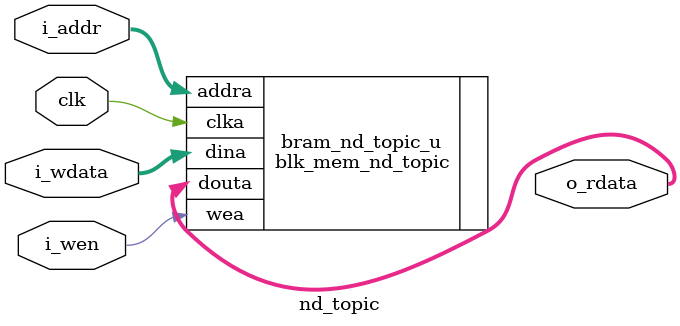
<source format=v>

module nd_topic
#(
    parameter   WORDSIZE=32,
                ADDRSIZE=32
)
(
    input                   clk,
    input                   i_wen,
    input  [ADDRSIZE-1:0]   i_addr,
    input  [WORDSIZE-1:0]   i_wdata,
    output [WORDSIZE-1:0]   o_rdata
);

    blk_mem_nd_topic bram_nd_topic_u (
        .clka   (clk),
        .wea    (i_wen),
        .addra  (i_addr),
        .dina   (i_wdata),
        .douta  (o_rdata)
    );

endmodule

</source>
